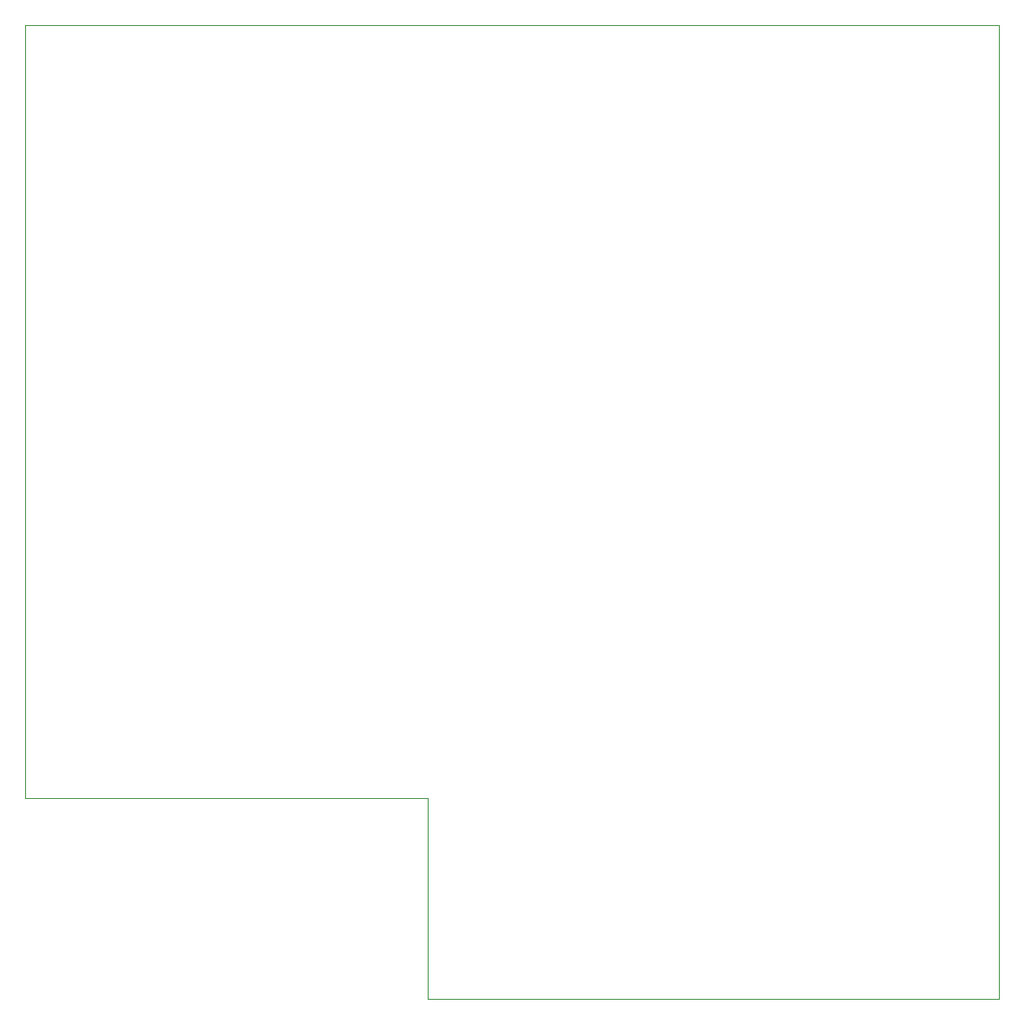
<source format=gm1>
G04 #@! TF.FileFunction,Profile,NP*
%FSLAX46Y46*%
G04 Gerber Fmt 4.6, Leading zero omitted, Abs format (unit mm)*
G04 Created by KiCad (PCBNEW 4.0.7) date 2017 December 10, Sunday 13:49:37*
%MOMM*%
%LPD*%
G01*
G04 APERTURE LIST*
%ADD10C,0.100000*%
G04 APERTURE END LIST*
D10*
X119000000Y-119000000D02*
X119000000Y-138000000D01*
X81000000Y-119000000D02*
X119000000Y-119000000D01*
X119000000Y-138000000D02*
X173000000Y-138000000D01*
X173000000Y-46000000D02*
X173000000Y-138000000D01*
X81000000Y-46000000D02*
X81000000Y-119000000D01*
X81000000Y-46000000D02*
X173000000Y-46000000D01*
M02*

</source>
